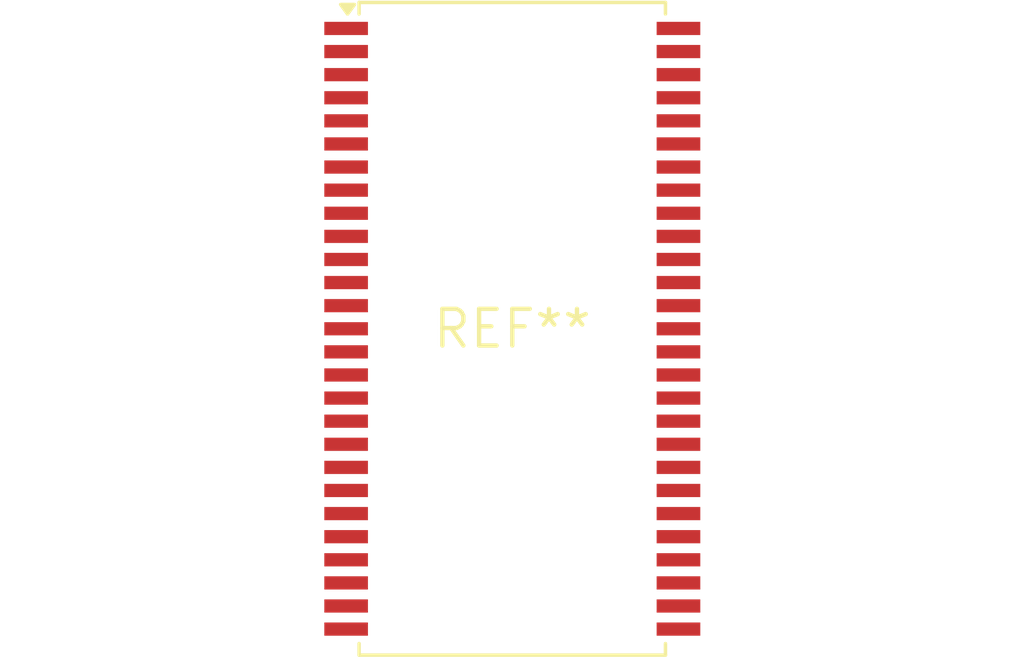
<source format=kicad_pcb>
(kicad_pcb (version 20240108) (generator pcbnew)
  (layers (0 "F.Cu" signal) (31 "B.Cu" signal) (34 "B.Paste" user) (35 "F.Paste" user) (36 "B.SilkS" user "B.Silkscreen") (37 "F.SilkS" user "F.Silkscreen") (38 "B.Mask" user) (39 "F.Mask" user) (44 "Edge.Cuts" user))
  (net 0 "")
  (footprint "TSOP-II-54_22.2x10.16mm_P0.8mm" (layer "F.Cu") (at 0 0)
    (property "Reference" "REF**")
    (property "Value" "TSOP-II-54_22.2x10.16mm_P0.8mm")
    (fp_line (start -5.3 -11.3) (end 5.3 -11.3) (layer "F.SilkS") (stroke (width 0.12)))
    (fp_line (start -5.3 -10.9) (end -5.3 -11.3) (layer "F.SilkS") (stroke (width 0.12)))
    (fp_line (start -5.3 10.9) (end -5.3 11.3) (layer "F.SilkS") (stroke (width 0.12)))
    (fp_line (start -5.3 11.3) (end 5.3 11.3) (layer "F.SilkS") (stroke (width 0.12)))
    (fp_line (start 5.3 -11.3) (end 5.3 -10.9) (layer "F.SilkS") (stroke (width 0.12)))
    (fp_line (start 5.3 10.9) (end 5.3 11.3) (layer "F.SilkS") (stroke (width 0.12)))
    (fp_poly (pts (xy -5.7 -10.9) (xy -5.94 -11.23) (xy -5.46 -11.23) (xy -5.7 -10.9)) (layer "F.SilkS") (stroke (width 0.12)) (fill solid))
    (pad "1" smd rect (at -5.75 -10.4) (size 1.51 0.458) (layers "F.Cu" "F.Paste" "F.Mask"))
    (pad "2" smd rect (at -5.75 -9.6) (size 1.51 0.458) (layers "F.Cu" "F.Paste" "F.Mask"))
    (pad "3" smd rect (at -5.75 -8.8) (size 1.51 0.458) (layers "F.Cu" "F.Paste" "F.Mask"))
    (pad "4" smd rect (at -5.75 -8) (size 1.51 0.458) (layers "F.Cu" "F.Paste" "F.Mask"))
    (pad "5" smd rect (at -5.75 -7.2) (size 1.51 0.458) (layers "F.Cu" "F.Paste" "F.Mask"))
    (pad "6" smd rect (at -5.75 -6.4) (size 1.51 0.458) (layers "F.Cu" "F.Paste" "F.Mask"))
    (pad "7" smd rect (at -5.75 -5.6) (size 1.51 0.458) (layers "F.Cu" "F.Paste" "F.Mask"))
    (pad "8" smd rect (at -5.75 -4.8) (size 1.51 0.458) (layers "F.Cu" "F.Paste" "F.Mask"))
    (pad "9" smd rect (at -5.75 -4) (size 1.51 0.458) (layers "F.Cu" "F.Paste" "F.Mask"))
    (pad "10" smd rect (at -5.75 -3.2) (size 1.51 0.458) (layers "F.Cu" "F.Paste" "F.Mask"))
    (pad "11" smd rect (at -5.75 -2.4) (size 1.51 0.458) (layers "F.Cu" "F.Paste" "F.Mask"))
    (pad "12" smd rect (at -5.75 -1.6) (size 1.51 0.458) (layers "F.Cu" "F.Paste" "F.Mask"))
    (pad "13" smd rect (at -5.75 -0.8) (size 1.51 0.458) (layers "F.Cu" "F.Paste" "F.Mask"))
    (pad "14" smd rect (at -5.75 0) (size 1.51 0.458) (layers "F.Cu" "F.Paste" "F.Mask"))
    (pad "15" smd rect (at -5.75 0.8) (size 1.51 0.458) (layers "F.Cu" "F.Paste" "F.Mask"))
    (pad "16" smd rect (at -5.75 1.6) (size 1.51 0.458) (layers "F.Cu" "F.Paste" "F.Mask"))
    (pad "17" smd rect (at -5.75 2.4) (size 1.51 0.458) (layers "F.Cu" "F.Paste" "F.Mask"))
    (pad "18" smd rect (at -5.75 3.2) (size 1.51 0.458) (layers "F.Cu" "F.Paste" "F.Mask"))
    (pad "19" smd rect (at -5.75 4) (size 1.51 0.458) (layers "F.Cu" "F.Paste" "F.Mask"))
    (pad "20" smd rect (at -5.75 4.8) (size 1.51 0.458) (layers "F.Cu" "F.Paste" "F.Mask"))
    (pad "21" smd rect (at -5.75 5.6) (size 1.51 0.458) (layers "F.Cu" "F.Paste" "F.Mask"))
    (pad "22" smd rect (at -5.75 6.4) (size 1.51 0.458) (layers "F.Cu" "F.Paste" "F.Mask"))
    (pad "23" smd rect (at -5.75 7.2) (size 1.51 0.458) (layers "F.Cu" "F.Paste" "F.Mask"))
    (pad "24" smd rect (at -5.75 8) (size 1.51 0.458) (layers "F.Cu" "F.Paste" "F.Mask"))
    (pad "25" smd rect (at -5.75 8.8) (size 1.51 0.458) (layers "F.Cu" "F.Paste" "F.Mask"))
    (pad "26" smd rect (at -5.75 9.6) (size 1.51 0.458) (layers "F.Cu" "F.Paste" "F.Mask"))
    (pad "27" smd rect (at -5.75 10.4) (size 1.51 0.458) (layers "F.Cu" "F.Paste" "F.Mask"))
    (pad "28" smd rect (at 5.75 10.4) (size 1.51 0.458) (layers "F.Cu" "F.Paste" "F.Mask"))
    (pad "29" smd rect (at 5.75 9.6) (size 1.51 0.458) (layers "F.Cu" "F.Paste" "F.Mask"))
    (pad "30" smd rect (at 5.75 8.8) (size 1.51 0.458) (layers "F.Cu" "F.Paste" "F.Mask"))
    (pad "31" smd rect (at 5.75 8) (size 1.51 0.458) (layers "F.Cu" "F.Paste" "F.Mask"))
    (pad "32" smd rect (at 5.75 7.2) (size 1.51 0.458) (layers "F.Cu" "F.Paste" "F.Mask"))
    (pad "33" smd rect (at 5.75 6.4) (size 1.51 0.458) (layers "F.Cu" "F.Paste" "F.Mask"))
    (pad "34" smd rect (at 5.75 5.6) (size 1.51 0.458) (layers "F.Cu" "F.Paste" "F.Mask"))
    (pad "35" smd rect (at 5.75 4.8) (size 1.51 0.458) (layers "F.Cu" "F.Paste" "F.Mask"))
    (pad "36" smd rect (at 5.75 4) (size 1.51 0.458) (layers "F.Cu" "F.Paste" "F.Mask"))
    (pad "37" smd rect (at 5.75 3.2) (size 1.51 0.458) (layers "F.Cu" "F.Paste" "F.Mask"))
    (pad "38" smd rect (at 5.75 2.4) (size 1.51 0.458) (layers "F.Cu" "F.Paste" "F.Mask"))
    (pad "39" smd rect (at 5.75 1.6) (size 1.51 0.458) (layers "F.Cu" "F.Paste" "F.Mask"))
    (pad "40" smd rect (at 5.75 0.8) (size 1.51 0.458) (layers "F.Cu" "F.Paste" "F.Mask"))
    (pad "41" smd rect (at 5.75 0) (size 1.51 0.458) (layers "F.Cu" "F.Paste" "F.Mask"))
    (pad "42" smd rect (at 5.75 -0.8) (size 1.51 0.458) (layers "F.Cu" "F.Paste" "F.Mask"))
    (pad "43" smd rect (at 5.75 -1.6) (size 1.51 0.458) (layers "F.Cu" "F.Paste" "F.Mask"))
    (pad "44" smd rect (at 5.75 -2.4) (size 1.51 0.458) (layers "F.Cu" "F.Paste" "F.Mask"))
    (pad "45" smd rect (at 5.75 -3.2) (size 1.51 0.458) (layers "F.Cu" "F.Paste" "F.Mask"))
    (pad "46" smd rect (at 5.75 -4) (size 1.51 0.458) (layers "F.Cu" "F.Paste" "F.Mask"))
    (pad "47" smd rect (at 5.75 -4.8) (size 1.51 0.458) (layers "F.Cu" "F.Paste" "F.Mask"))
    (pad "48" smd rect (at 5.75 -5.6) (size 1.51 0.458) (layers "F.Cu" "F.Paste" "F.Mask"))
    (pad "49" smd rect (at 5.75 -6.4) (size 1.51 0.458) (layers "F.Cu" "F.Paste" "F.Mask"))
    (pad "50" smd rect (at 5.75 -7.2) (size 1.51 0.458) (layers "F.Cu" "F.Paste" "F.Mask"))
    (pad "51" smd rect (at 5.75 -8) (size 1.51 0.458) (layers "F.Cu" "F.Paste" "F.Mask"))
    (pad "52" smd rect (at 5.75 -8.8) (size 1.51 0.458) (layers "F.Cu" "F.Paste" "F.Mask"))
    (pad "53" smd rect (at 5.75 -9.6) (size 1.51 0.458) (layers "F.Cu" "F.Paste" "F.Mask"))
    (pad "54" smd rect (at 5.75 -10.4) (size 1.51 0.458) (layers "F.Cu" "F.Paste" "F.Mask"))
  )
)
</source>
